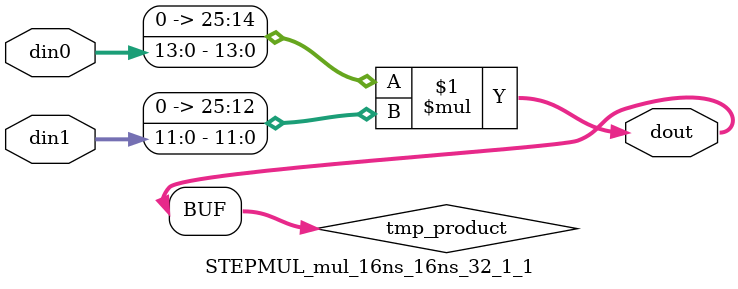
<source format=v>

`timescale 1 ns / 1 ps

  module STEPMUL_mul_16ns_16ns_32_1_1(din0, din1, dout);
parameter ID = 1;
parameter NUM_STAGE = 0;
parameter din0_WIDTH = 14;
parameter din1_WIDTH = 12;
parameter dout_WIDTH = 26;

input [din0_WIDTH - 1 : 0] din0; 
input [din1_WIDTH - 1 : 0] din1; 
output [dout_WIDTH - 1 : 0] dout;

wire signed [dout_WIDTH - 1 : 0] tmp_product;










assign tmp_product = $signed({1'b0, din0}) * $signed({1'b0, din1});











assign dout = tmp_product;







endmodule

</source>
